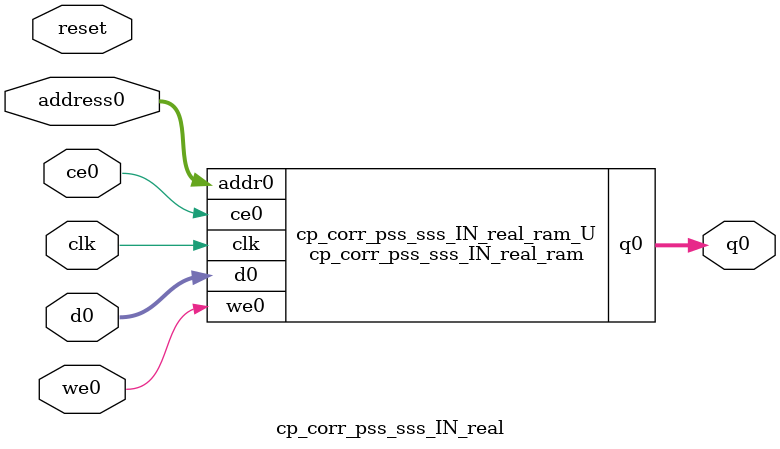
<source format=v>
`timescale 1 ns / 1 ps
module cp_corr_pss_sss_IN_real_ram (addr0, ce0, d0, we0, q0,  clk);

parameter DWIDTH = 32;
parameter AWIDTH = 7;
parameter MEM_SIZE = 128;

input[AWIDTH-1:0] addr0;
input ce0;
input[DWIDTH-1:0] d0;
input we0;
output reg[DWIDTH-1:0] q0;
input clk;

reg [DWIDTH-1:0] ram[0:MEM_SIZE-1];




always @(posedge clk)  
begin 
    if (ce0) begin
        if (we0) 
            ram[addr0] <= d0; 
        q0 <= ram[addr0];
    end
end


endmodule

`timescale 1 ns / 1 ps
module cp_corr_pss_sss_IN_real(
    reset,
    clk,
    address0,
    ce0,
    we0,
    d0,
    q0);

parameter DataWidth = 32'd32;
parameter AddressRange = 32'd128;
parameter AddressWidth = 32'd7;
input reset;
input clk;
input[AddressWidth - 1:0] address0;
input ce0;
input we0;
input[DataWidth - 1:0] d0;
output[DataWidth - 1:0] q0;



cp_corr_pss_sss_IN_real_ram cp_corr_pss_sss_IN_real_ram_U(
    .clk( clk ),
    .addr0( address0 ),
    .ce0( ce0 ),
    .we0( we0 ),
    .d0( d0 ),
    .q0( q0 ));

endmodule


</source>
